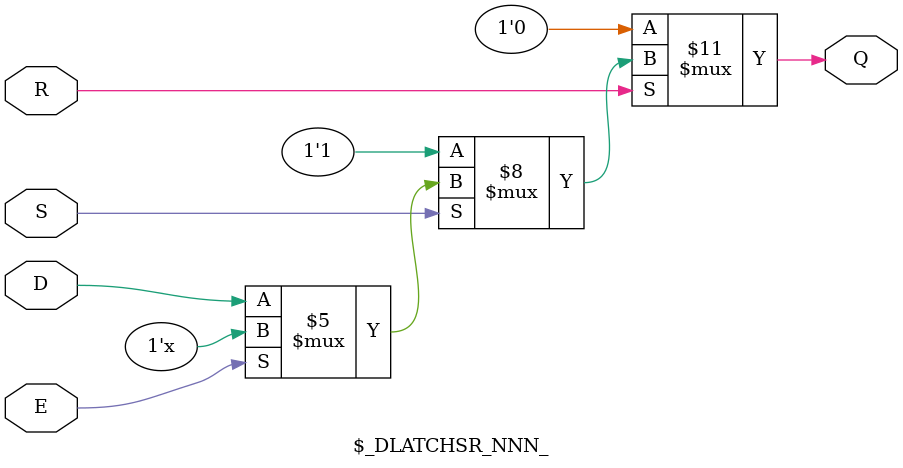
<source format=v>

module \$_DLATCHSR_NNN_ (E, S, R, D, Q);
input E, S, R, D;
output reg Q;
always @* begin
	if (R == 0)
		Q <= 0;
	else if (S == 0)
		Q <= 1;
	else if (E == 0)
		Q <= D;
end
endmodule

</source>
